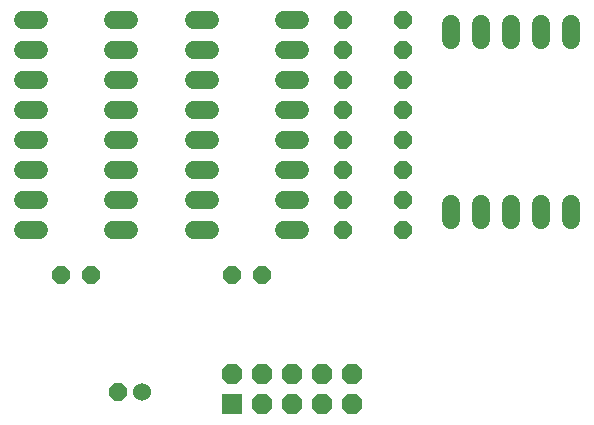
<source format=gts>
G75*
%MOIN*%
%OFA0B0*%
%FSLAX24Y24*%
%IPPOS*%
%LPD*%
%AMOC8*
5,1,8,0,0,1.08239X$1,22.5*
%
%ADD10C,0.0600*%
%ADD11C,0.0595*%
%ADD12OC8,0.0600*%
%ADD13R,0.0680X0.0680*%
%ADD14OC8,0.0680*%
%ADD15C,0.0600*%
D10*
X002540Y008100D02*
X003060Y008100D01*
X003060Y009100D02*
X002540Y009100D01*
X002540Y010100D02*
X003060Y010100D01*
X003060Y011100D02*
X002540Y011100D01*
X002540Y012100D02*
X003060Y012100D01*
X003060Y013100D02*
X002540Y013100D01*
X002540Y014100D02*
X003060Y014100D01*
X003060Y015100D02*
X002540Y015100D01*
X005540Y015100D02*
X006060Y015100D01*
X006060Y014100D02*
X005540Y014100D01*
X005540Y013100D02*
X006060Y013100D01*
X006060Y012100D02*
X005540Y012100D01*
X005540Y011100D02*
X006060Y011100D01*
X006060Y010100D02*
X005540Y010100D01*
X005540Y009100D02*
X006060Y009100D01*
X006060Y008100D02*
X005540Y008100D01*
X008240Y008100D02*
X008760Y008100D01*
X008760Y009100D02*
X008240Y009100D01*
X008240Y010100D02*
X008760Y010100D01*
X008760Y011100D02*
X008240Y011100D01*
X008240Y012100D02*
X008760Y012100D01*
X008760Y013100D02*
X008240Y013100D01*
X008240Y014100D02*
X008760Y014100D01*
X008760Y015100D02*
X008240Y015100D01*
X011240Y015100D02*
X011760Y015100D01*
X011760Y014100D02*
X011240Y014100D01*
X011240Y013100D02*
X011760Y013100D01*
X011760Y012100D02*
X011240Y012100D01*
X011240Y011100D02*
X011760Y011100D01*
X011760Y010100D02*
X011240Y010100D01*
X011240Y009100D02*
X011760Y009100D01*
X011760Y008100D02*
X011240Y008100D01*
D11*
X016800Y008443D02*
X016800Y008957D01*
X017800Y008957D02*
X017800Y008443D01*
X018800Y008443D02*
X018800Y008957D01*
X019800Y008957D02*
X019800Y008443D01*
X020800Y008443D02*
X020800Y008957D01*
X020800Y014443D02*
X020800Y014957D01*
X019800Y014957D02*
X019800Y014443D01*
X018800Y014443D02*
X018800Y014957D01*
X017800Y014957D02*
X017800Y014443D01*
X016800Y014443D02*
X016800Y014957D01*
D12*
X005700Y002700D03*
X004800Y006600D03*
X003800Y006600D03*
X009500Y006600D03*
X010500Y006600D03*
X013200Y008100D03*
X013200Y009100D03*
X013200Y010100D03*
X013200Y011100D03*
X013200Y012100D03*
X013200Y013100D03*
X013200Y014100D03*
X013200Y015100D03*
X015200Y015100D03*
X015200Y014100D03*
X015200Y013100D03*
X015200Y012100D03*
X015200Y011100D03*
X015200Y010100D03*
X015200Y009100D03*
X015200Y008100D03*
D13*
X009500Y002300D03*
D14*
X010500Y002300D03*
X011500Y002300D03*
X011500Y003300D03*
X010500Y003300D03*
X009500Y003300D03*
X012500Y003300D03*
X013500Y003300D03*
X013500Y002300D03*
X012500Y002300D03*
D15*
X006500Y002700D03*
M02*

</source>
